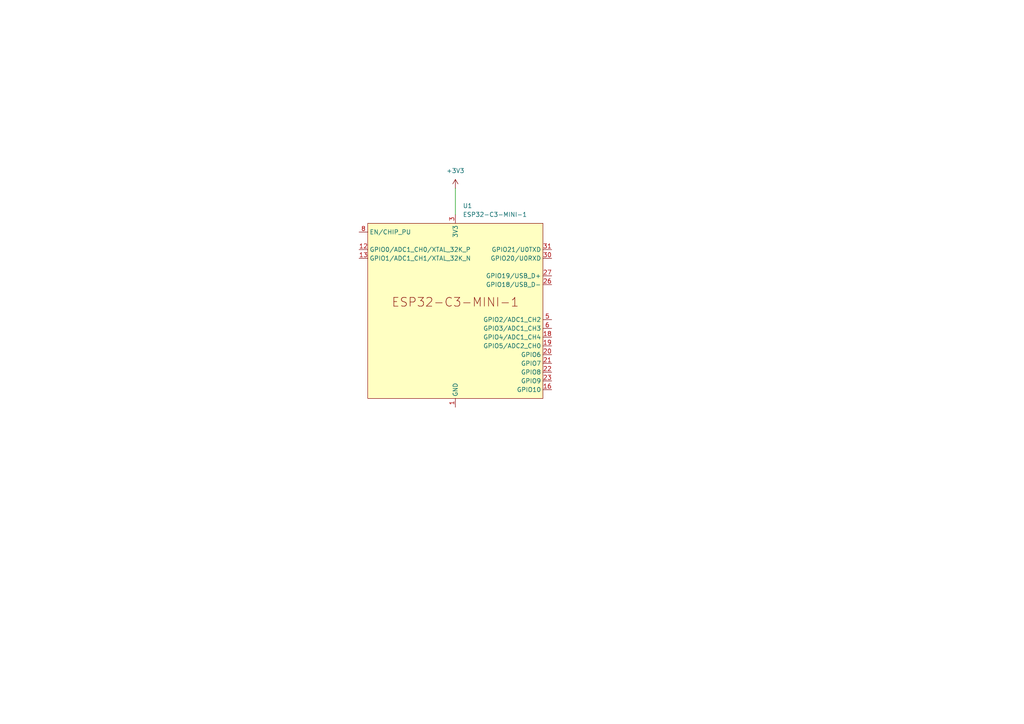
<source format=kicad_sch>
(kicad_sch (version 20250114) (generator "eeschema") (generator_version "9.0")
  (paper "A4")
  (lib_symbols
    (symbol "PCM_Espressif:ESP32-C3-MINI-1"
      (property "Reference" "U" (at -25.4 30.48 0))
      (property "Value" "ESP32-C3-MINI-1" (at -25.4 27.94 0))
      (symbol "ESP32-C3-MINI-1_0_0"
        (text "ESP32-C3-MINI-1" (at 0 2.54 0) (effects (font (size 2.54 2.54))))
      )
      (symbol "ESP32-C3-MINI-1_0_1"
        (rectangle (start -25.4 25.4) (end 25.4 -25.4) (fill (type background)))
      )
      (symbol "ESP32-C3-MINI-1_1_1"
        (pin input line (at -27.94 22.86 0) (length 2.54) (name "EN/CHIP_PU") (number "8"))
        (pin bidirectional line (at -27.94 17.78 0) (length 2.54) (name "GPIO0/ADC1_CH0/XTAL_32K_P") (number "12"))
        (pin bidirectional line (at -27.94 15.24 0) (length 2.54) (name "GPIO1/ADC1_CH1/XTAL_32K_N") (number "13"))
        (pin no_connect line (at -25.4 10.16 0) (length 2.54) (hide yes) (name "NC") (number "4"))
        (pin no_connect line (at -25.4 7.62 0) (length 2.54) (hide yes) (name "NC") (number "7"))
        (pin no_connect line (at -25.4 5.08 0) (length 2.54) (hide yes) (name "NC") (number "9"))
        (pin no_connect line (at -25.4 2.54 0) (length 2.54) (hide yes) (name "NC") (number "10"))
        (pin no_connect line (at -25.4 0 0) (length 2.54) (hide yes) (name "NC") (number "15"))
        (pin no_connect line (at -25.4 -2.54 0) (length 2.54) (hide yes) (name "NC") (number "17"))
        (pin no_connect line (at -25.4 -5.08 0) (length 2.54) (hide yes) (name "NC") (number "24"))
        (pin no_connect line (at -25.4 -7.62 0) (length 2.54) (hide yes) (name "NC") (number "25"))
        (pin no_connect line (at -25.4 -10.16 0) (length 2.54) (hide yes) (name "NC") (number "28"))
        (pin no_connect line (at -25.4 -12.7 0) (length 2.54) (hide yes) (name "NC") (number "29"))
        (pin no_connect line (at -25.4 -15.24 0) (length 2.54) (hide yes) (name "NC") (number "32"))
        (pin no_connect line (at -25.4 -17.78 0) (length 2.54) (hide yes) (name "NC") (number "33"))
        (pin no_connect line (at -25.4 -20.32 0) (length 2.54) (hide yes) (name "NC") (number "34"))
        (pin no_connect line (at -25.4 -22.86 0) (length 2.54) (hide yes) (name "NC") (number "35"))
        (pin power_in line (at 0 27.94 270) (length 2.54) (name "3V3") (number "3"))
        (pin power_in line (at 0 -27.94 90) (length 2.54) (name "GND") (number "1"))
        (pin passive line (at 0 -27.94 90) (length 2.54) (hide yes) (name "GND") (number "11"))
        (pin passive line (at 0 -27.94 90) (length 2.54) (hide yes) (name "GND") (number "14"))
        (pin passive line (at 0 -27.94 90) (length 2.54) (hide yes) (name "GND") (number "2"))
        (pin passive line (at 0 -27.94 90) (length 2.54) (hide yes) (name "GND") (number "36"))
        (pin passive line (at 0 -27.94 90) (length 2.54) (hide yes) (name "GND") (number "37"))
        (pin passive line (at 0 -27.94 90) (length 2.54) (hide yes) (name "GND") (number "38"))
        (pin passive line (at 0 -27.94 90) (length 2.54) (hide yes) (name "GND") (number "39"))
        (pin passive line (at 0 -27.94 90) (length 2.54) (hide yes) (name "GND") (number "40"))
        (pin passive line (at 0 -27.94 90) (length 2.54) (hide yes) (name "GND") (number "41"))
        (pin passive line (at 0 -27.94 90) (length 2.54) (hide yes) (name "GND") (number "42"))
        (pin passive line (at 0 -27.94 90) (length 2.54) (hide yes) (name "GND") (number "43"))
        (pin passive line (at 0 -27.94 90) (length 2.54) (hide yes) (name "GND") (number "44"))
        (pin passive line (at 0 -27.94 90) (length 2.54) (hide yes) (name "GND") (number "45"))
        (pin passive line (at 0 -27.94 90) (length 2.54) (hide yes) (name "GND") (number "46"))
        (pin passive line (at 0 -27.94 90) (length 2.54) (hide yes) (name "GND") (number "47"))
        (pin passive line (at 0 -27.94 90) (length 2.54) (hide yes) (name "GND") (number "48"))
        (pin passive line (at 0 -27.94 90) (length 2.54) (hide yes) (name "GND") (number "49"))
        (pin passive line (at 0 -27.94 90) (length 2.54) (hide yes) (name "GND") (number "50"))
        (pin passive line (at 0 -27.94 90) (length 2.54) (hide yes) (name "GND") (number "51"))
        (pin passive line (at 0 -27.94 90) (length 2.54) (hide yes) (name "GND") (number "52"))
        (pin passive line (at 0 -27.94 90) (length 2.54) (hide yes) (name "GND") (number "53"))
        (pin bidirectional line (at 27.94 17.78 180) (length 2.54) (name "GPIO21/U0TXD") (number "31"))
        (pin bidirectional line (at 27.94 15.24 180) (length 2.54) (name "GPIO20/U0RXD") (number "30"))
        (pin bidirectional line (at 27.94 10.16 180) (length 2.54) (name "GPIO19/USB_D+") (number "27"))
        (pin bidirectional line (at 27.94 7.62 180) (length 2.54) (name "GPIO18/USB_D-") (number "26"))
        (pin bidirectional line (at 27.94 -2.54 180) (length 2.54) (name "GPIO2/ADC1_CH2") (number "5"))
        (pin bidirectional line (at 27.94 -5.08 180) (length 2.54) (name "GPIO3/ADC1_CH3") (number "6"))
        (pin bidirectional line (at 27.94 -7.62 180) (length 2.54) (name "GPIO4/ADC1_CH4") (number "18"))
        (pin bidirectional line (at 27.94 -10.16 180) (length 2.54) (name "GPIO5/ADC2_CH0") (number "19"))
        (pin bidirectional line (at 27.94 -12.7 180) (length 2.54) (name "GPIO6") (number "20"))
        (pin bidirectional line (at 27.94 -15.24 180) (length 2.54) (name "GPIO7") (number "21"))
        (pin bidirectional line (at 27.94 -17.78 180) (length 2.54) (name "GPIO8") (number "22"))
        (pin bidirectional line (at 27.94 -20.32 180) (length 2.54) (name "GPIO9") (number "23"))
        (pin bidirectional line (at 27.94 -22.86 180) (length 2.54) (name "GPIO10") (number "16"))
      )
    )
    (symbol "power:+3V3" (power) (pin_numbers (hide yes)) (pin_names (offset 0) (hide yes))
      (property "Value" "+3V3" (at 0 3.556 0))
      (symbol "+3V3_0_1"
        (polyline (pts (xy -0.762 1.27) (xy 0 2.54)))
        (polyline (pts (xy 0 2.54) (xy 0.762 1.27)))
        (polyline (pts (xy 0 0) (xy 0 2.54)))
      )
      (symbol "+3V3_1_1"
        (pin power_in line (at 0 0 90) (length 0) (name "~") (number "1"))
      )
    )
  )
  (wire (pts (xy 132.08 54.61) (xy 132.08 62.23)))
  (symbol (lib_id "power:+3V3") (at 132.08 54.61 0) (unit 1)
    (property "Reference" "#PWR01" (effects (hide yes)))
    (property "Value" "+3V3" (at 132.08 49.53 0))
    (property "Description" "Power symbol creates a global label with name \"+3V3\"" (effects (hide yes)))
  )
  (symbol (lib_id "PCM_Espressif:ESP32-C3-MINI-1") (at 132.08 90.17 0) (unit 1)
    (property "Reference" "U1" (at 134.2233 59.69 0) (effects (justify left)))
    (property "Value" "ESP32-C3-MINI-1" (at 134.2233 62.23 0) (effects (justify left)))
    (property "Footprint" "PCM_Espressif:ESP32-C3-MINI-1" (effects (hide yes)))
    (property "Datasheet" "https://www.espressif.com/sites/default/files/documentation/esp32-c3-mini-1_datasheet_en.pdf" (effects (hide yes)))
    (property "Description" "ESP32-C3-MINI-1 family is an ultra-low-power MCU-based SoC solution that supports 2.4 GHz Wi-Fi and Bluetooth®Low Energy (Bluetooth LE)." (effects (hide yes)))
  )
)
</source>
